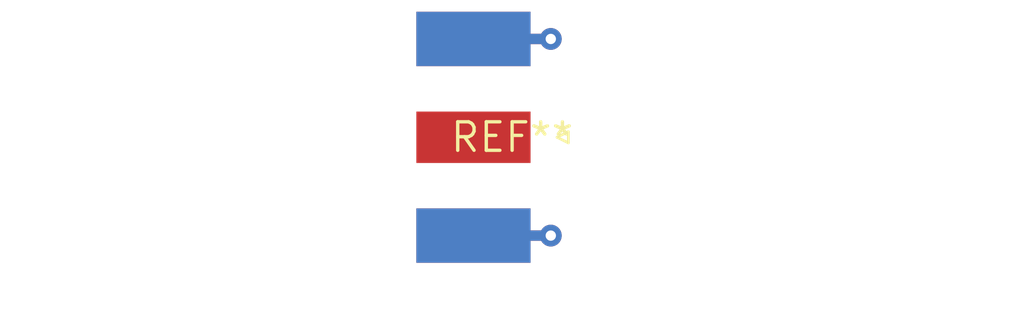
<source format=kicad_pcb>
(kicad_pcb (version 20240108) (generator pcbnew)
  (layers (0 "F.Cu" signal) (31 "B.Cu" signal) (34 "B.Paste" user) (35 "F.Paste" user) (36 "B.SilkS" user "B.Silkscreen") (37 "F.SilkS" user "F.Silkscreen") (38 "B.Mask" user) (39 "F.Mask" user) (44 "Edge.Cuts" user))
  (net 0 "")
  (footprint "SMA_Molex_73251-1153_EdgeMount_Horizontal" (layer "F.Cu") (at 0 0)
    (property "Reference" "REF**")
    (property "Value" "SMA_Molex_73251-1153_EdgeMount_Horizontal")
    (fp_line (start 2 0) (end 2.5 -0.25) (layer "F.SilkS") (stroke (width 0.12)))
    (fp_line (start 2.5 -0.25) (end 2.5 0.25) (layer "F.SilkS") (stroke (width 0.12)))
    (fp_line (start 2.5 0.25) (end 2 0) (layer "F.SilkS") (stroke (width 0.12)))
    (pad "1" smd rect (at -1.72 0) (size 5.08 2.29) (layers "F.Cu" "F.Paste" "F.Mask"))
    (pad "2" smd rect (at -1.72 -4.38) (size 5.08 2.42) (layers "F.Cu" "F.Paste" "F.Mask"))
    (pad "2" smd rect (at -1.72 -4.38) (size 5.08 2.42) (layers "B.Cu" "B.Paste" "B.Mask"))
    (pad "2" smd rect (at -1.72 4.38) (size 5.08 2.42) (layers "F.Cu" "F.Paste" "F.Mask"))
    (pad "2" smd rect (at -1.72 4.38) (size 5.08 2.42) (layers "B.Cu" "B.Paste" "B.Mask"))
    (pad "2" smd rect (at 1.27 -4.38) (size 0.95 0.46) (layers "F.Cu"))
    (pad "2" smd rect (at 1.27 -4.38) (size 0.95 0.46) (layers "B.Cu"))
    (pad "2" smd rect (at 1.27 4.38) (size 0.95 0.46) (layers "F.Cu"))
    (pad "2" smd rect (at 1.27 4.38) (size 0.95 0.46) (layers "B.Cu"))
    (pad "2" thru_hole circle (at 1.72 -4.38) (size 0.97 0.97) (drill 0.46) (layers *.Cu) (remove_unused_layers))
    (pad "2" thru_hole circle (at 1.72 4.38) (size 0.97 0.97) (drill 0.46) (layers *.Cu) (remove_unused_layers))
  )
)
</source>
